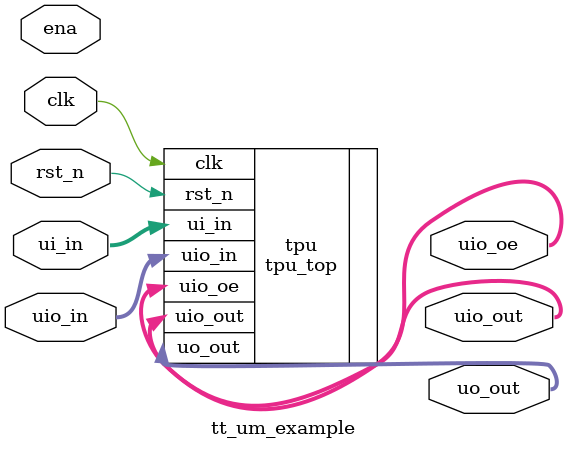
<source format=v>
/*
 * Copyright (c) 2024 Your Name
 * SPDX-License-Identifier: Apache-2.0
 */

`default_nettype none

module tt_um_example (
    input  wire [7:0] ui_in,    // Dedicated inputs
    output wire [7:0] uo_out,   // Dedicated outputs
    input  wire [7:0] uio_in,   // IOs: Input path
    output wire [7:0] uio_out,  // IOs: Output path
    output wire [7:0] uio_oe,   // IOs: Enable path (active high: 0=input, 1=output)
    input  wire       ena,      // always 1 when the design is powered, so you can ignore it
    input  wire       clk,      // clock
    input  wire       rst_n     // reset_n - low to reset
);

  // Instantiate TPU Top Control Logic
  tpu_top tpu (
      .clk    (clk),
      .rst_n  (rst_n),
      .ui_in  (ui_in),
      .uo_out (uo_out),
      .uio_in (uio_in),
      .uio_out(uio_out),
      .uio_oe (uio_oe)
  );

endmodule

</source>
